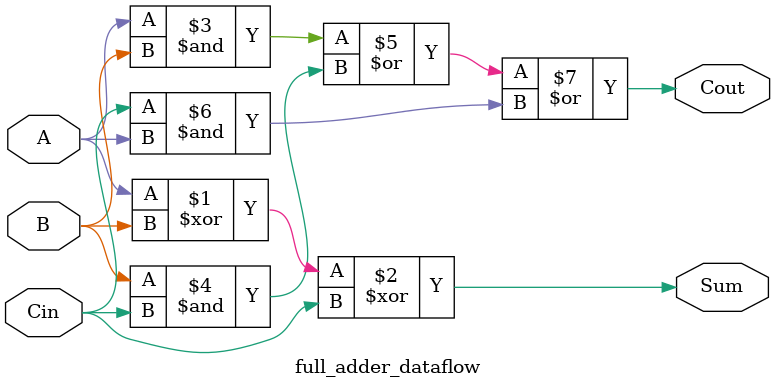
<source format=v>
module full_adder_dataflow (
  input A,B,Cin,
  output Sum,Cout
);
  assign Sum= A^B^Cin;
  assign Cout=(A&B) | (B&Cin) | (Cin&A);
      endmodule 

</source>
